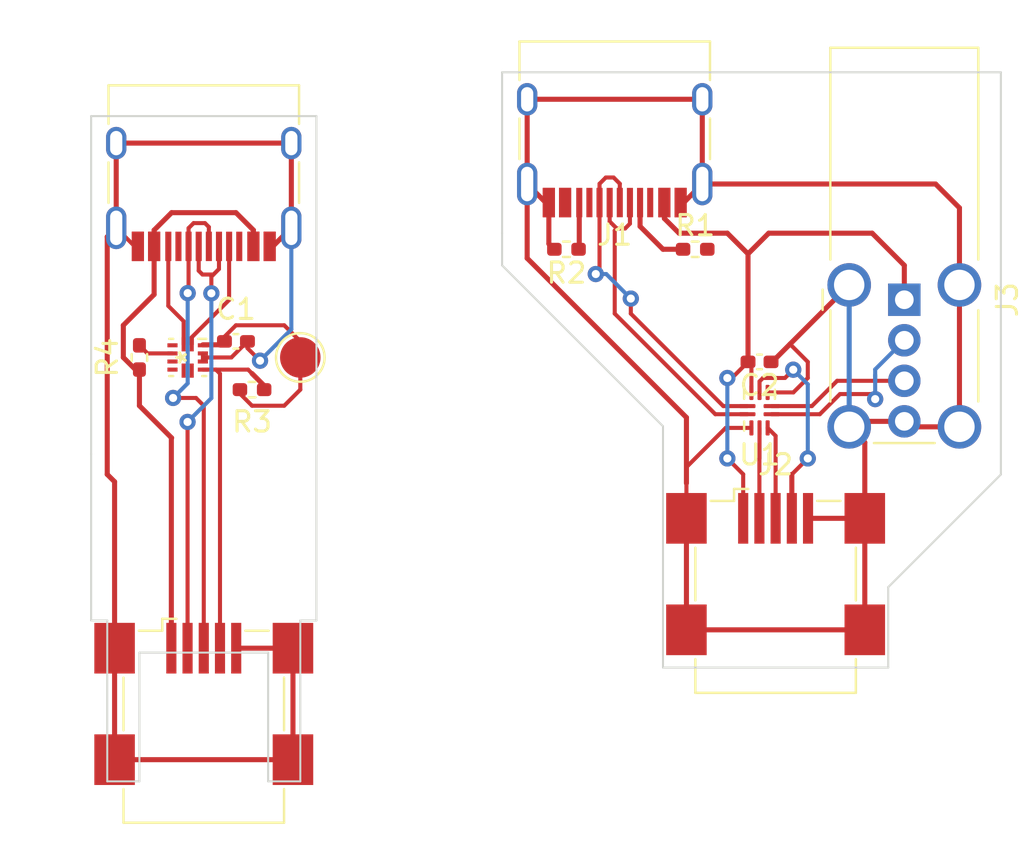
<source format=kicad_pcb>
(kicad_pcb (version 20211014) (generator pcbnew)
  (layers (0 "F.Cu" signal) (31 "B.Cu" signal) (34 "B.Paste" user) (35 "F.Paste" user) (36 "B.SilkS" user "B.Silkscreen") (37 "F.SilkS" user "F.Silkscreen") (38 "B.Mask" user) (39 "F.Mask" user) (44 "Edge.Cuts" user))
  (net 0 "")
  (net 1 "GND")
  (net 2 "+3V3")
  (net 3 "VBUS")
  (net 4 "Net-(J1-PadA5)")
  (net 5 "Net-(J1-PadA6)")
  (net 6 "Net-(J1-PadA7)")
  (net 8 "Net-(J1-PadB5)")
  (net 10 "Net-(J2-Pad2)")
  (net 11 "Net-(J2-Pad3)")
  (net 12 "SEL")
  (net 13 "Net-(J3-Pad2)")
  (net 14 "Net-(J3-Pad3)")
  (net 15 "D-")
  (net 16 "D+")
  (net 17 "ID")
  (net 18 "CC1")
  (net 20 "CC2")
  (net 22 "Net-(R4-Pad2)")
  (footprint "footprints:TUSB320IRWBR" (layer "F.Cu") (at 127.79375 84.93125 -90)
    (fp_text reference "U2" hide)
    (fp_text value "TUSB320IRWBR" hide)
    (fp_text user "*" (at 0 0 90) (layer "F.SilkS"))
    (fp_line (start 0.91644 0.9139) (end 0.91644 0.7139) (layer "F.SilkS") (width 0.12))
    (fp_line (start -0.91644 -0.525) (end -0.91644 -0.9139) (layer "F.SilkS") (width 0.12))
    (fp_line (start 0.91644 -0.7139) (end 0.91644 -0.9139) (layer "F.SilkS") (width 0.12))
    (fp_line (start -0.91644 0.9139) (end -0.91644 0.7139) (layer "F.SilkS") (width 0.12))
    (pad "1" smd rect locked (at -0.650001 -0.2 270) (size 0.700001 0.2) (layers "F.Cu" "F.Mask") (net 18 "CC1"))
    (pad "2" smd rect locked (at -0.650001 0.2 270) (size 0.700001 0.2) (layers "F.Cu" "F.Mask") (net 20 "CC2"))
    (pad "3" smd rect locked (at -0.599999 0.750001) (size 0.499999 0.2) (layers "F.Cu" "F.Paste" "F.Mask"))
    (pad "4" smd rect locked (at -0.2 0.750001) (size 0.499999 0.2) (layers "F.Cu" "F.Paste" "F.Mask") (net 22 "Net-(R4-Pad2)"))
    (pad "5" smd rect locked (at 0.2 0.750001) (size 0.499999 0.2) (layers "F.Cu" "F.Paste" "F.Mask"))
    (pad "6" smd rect locked (at 0.599999 0.750001) (size 0.499999 0.2) (layers "F.Cu" "F.Paste" "F.Mask"))
    (pad "7" smd rect locked (at 0.650001 0.2 270) (size 0.700001 0.2) (layers "F.Cu" "F.Mask"))
    (pad "8" smd rect locked (at 0.650001 -0.2 270) (size 0.700001 0.2) (layers "F.Cu" "F.Mask"))
    (pad "9" smd rect locked (at 0.599999 -0.750001) (size 0.499999 0.2) (layers "F.Cu" "F.Paste" "F.Mask") (net 17 "ID"))
    (pad "10" smd rect locked (at 0.2 -0.750001) (size 0.499999 0.2) (layers "F.Cu" "F.Paste" "F.Mask") (net 1 "GND"))
    (pad "11" smd rect locked (at -0.2 -0.750001) (size 0.499999 0.2) (layers "F.Cu" "F.Paste" "F.Mask") (net 1 "GND"))
    (pad "12" smd rect locked (at -0.599999 -0.750001) (size 0.499999 0.2) (layers "F.Cu" "F.Paste" "F.Mask") (net 2 "+3V3"))
  )
  (footprint "Resistor_SMD:R_0402_1005Metric_Pad0.72x0.64mm_HandSolder" (layer "F.Cu") (at 146.48125 79.59375 180)
    (fp_text reference "R2" (at 0 -1.17) (layer "F.SilkS"))
    (fp_text value "5.1k")
    (fp_line (start -0.167621 -0.38) (end 0.167621 -0.38) (layer "F.SilkS") (width 0.12))
    (fp_line (start -0.167621 0.38) (end 0.167621 0.38) (layer "F.SilkS") (width 0.12))
    (pad "1" smd roundrect (at -0.5975 0 180) (size 0.715 0.64) (layers "F.Cu" "F.Paste" "F.Mask") (net 8 "Net-(J1-PadB5)"))
    (pad "2" smd roundrect (at 0.5975 0 180) (size 0.715 0.64) (layers "F.Cu" "F.Paste" "F.Mask") (net 1 "GND"))
  )
  (footprint "Package_DFN_QFN:UQFN-10_1.3x1.8mm_P0.4mm" (layer "F.Cu") (at 156.00625 87.53125 180)
    (fp_text reference "U1" (at 0 -2.2) (layer "F.SilkS"))
    (fp_text value "USB3740B-AI2")
    (fp_line (start -0.76 1.01) (end -0.76 0.56) (layer "F.SilkS") (width 0.12))
    (fp_line (start 0.76 -1.01) (end 0.76 -0.56) (layer "F.SilkS") (width 0.12))
    (fp_line (start 0.76 1.01) (end 0.76 0.56) (layer "F.SilkS") (width 0.12))
    (pad "1" smd roundrect (at -0.6 -0.2 180) (size 0.8 0.2) (layers "F.Cu" "F.Paste" "F.Mask") (net 13 "Net-(J3-Pad2)"))
    (pad "2" smd roundrect (at -0.6 0.2 180) (size 0.8 0.2) (layers "F.Cu" "F.Paste" "F.Mask") (net 14 "Net-(J3-Pad3)"))
    (pad "3" smd roundrect (at -0.4 0.875 180) (size 0.2 0.75) (layers "F.Cu" "F.Paste" "F.Mask") (net 1 "GND"))
    (pad "4" smd roundrect (at 0 0.875 180) (size 0.2 0.75) (layers "F.Cu" "F.Paste" "F.Mask") (net 12 "SEL"))
    (pad "5" smd roundrect (at 0.4 0.875 180) (size 0.2 0.75) (layers "F.Cu" "F.Paste" "F.Mask") (net 3 "VBUS"))
    (pad "6" smd roundrect (at 0.6 0.2 180) (size 0.8 0.2) (layers "F.Cu" "F.Paste" "F.Mask") (net 5 "Net-(J1-PadA6)"))
    (pad "7" smd roundrect (at 0.6 -0.2 180) (size 0.8 0.2) (layers "F.Cu" "F.Paste" "F.Mask") (net 6 "Net-(J1-PadA7)"))
    (pad "8" smd roundrect (at 0.4 -0.875 180) (size 0.2 0.75) (layers "F.Cu" "F.Paste" "F.Mask") (net 1 "GND"))
    (pad "9" smd roundrect (at 0 -0.875 180) (size 0.2 0.75) (layers "F.Cu" "F.Paste" "F.Mask") (net 10 "Net-(J2-Pad2)"))
    (pad "10" smd roundrect (at -0.4 -0.875 180) (size 0.2 0.75) (layers "F.Cu" "F.Paste" "F.Mask") (net 11 "Net-(J2-Pad3)"))
  )
  (footprint "Connector_USB:USB_A_Wuerth_614004134726_Horizontal" (layer "F.Cu") (at 163.15 82.08375 -90)
    (fp_text reference "J3" (at 0 -5.08 90) (layer "F.SilkS"))
    (fp_text value "USB_A")
    (fp_line (start -0.5 4.03) (end 0.5 4.03) (layer "F.SilkS") (width 0.12))
    (fp_line (start -12.43 -3.65) (end -1.98 -3.65) (layer "F.SilkS") (width 0.12))
    (fp_line (start 0.52 3.65) (end 5.02 3.65) (layer "F.SilkS") (width 0.12))
    (fp_line (start 0.52 -3.65) (end 5.02 -3.65) (layer "F.SilkS") (width 0.12))
    (fp_line (start -12.43 -3.65) (end -12.43 3.65) (layer "F.SilkS") (width 0.12))
    (fp_line (start -12.43 3.65) (end -1.98 3.65) (layer "F.SilkS") (width 0.12))
    (fp_line (start 7.07 -1.5) (end 7.07 1.5) (layer "F.SilkS") (width 0.12))
    (pad "1" thru_hole rect (at 0 0 270) (size 1.6 1.6) (drill 0.92) (layers *.Cu *.Mask) (net 3 "VBUS"))
    (pad "2" thru_hole circle (at 2 0 270) (size 1.6 1.6) (drill 0.92) (layers *.Cu *.Mask) (net 13 "Net-(J3-Pad2)"))
    (pad "3" thru_hole circle (at 4 0 270) (size 1.6 1.6) (drill 0.92) (layers *.Cu *.Mask) (net 14 "Net-(J3-Pad3)"))
    (pad "4" thru_hole circle (at 6 0 270) (size 1.6 1.6) (drill 0.92) (layers *.Cu *.Mask) (net 1 "GND"))
    (pad "5" thru_hole circle (at -0.73 2.72 270) (size 2.15 2.15) (drill 1.5) (layers *.Cu *.Mask) (net 1 "GND"))
    (pad "5" thru_hole circle (at -0.73 -2.72 270) (size 2.15 2.15) (drill 1.5) (layers *.Cu *.Mask) (net 1 "GND"))
    (pad "5" thru_hole circle (at 6.27 2.72 270) (size 2.15 2.15) (drill 1.5) (layers *.Cu *.Mask) (net 1 "GND"))
    (pad "5" thru_hole circle (at 6.27 -2.72 270) (size 2.15 2.15) (drill 1.5) (layers *.Cu *.Mask) (net 1 "GND"))
  )
  (footprint "Resistor_SMD:R_0402_1005Metric_Pad0.72x0.64mm_HandSolder" (layer "F.Cu") (at 152.83125 79.59375)
    (fp_text reference "R1" (at 0 -1.17) (layer "F.SilkS"))
    (fp_text value "5.1k")
    (fp_line (start -0.167621 0.38) (end 0.167621 0.38) (layer "F.SilkS") (width 0.12))
    (fp_line (start -0.167621 -0.38) (end 0.167621 -0.38) (layer "F.SilkS") (width 0.12))
    (pad "1" smd roundrect (at -0.5975 0) (size 0.715 0.64) (layers "F.Cu" "F.Paste" "F.Mask") (net 4 "Net-(J1-PadA5)"))
    (pad "2" smd roundrect (at 0.5975 0) (size 0.715 0.64) (layers "F.Cu" "F.Paste" "F.Mask") (net 1 "GND"))
  )
  (footprint "Connector_USB:USB_C_Receptacle_HRO_TYPE-C-31-M-12" (layer "F.Cu") (at 128.5875 75.40625 180)
    (fp_text reference "J5" hide)
    (fp_text value "USB_C_Receptacle_USB2.0")
    (fp_line (start -4.7 3.9) (end 4.7 3.9) (layer "F.SilkS") (width 0.12))
    (fp_line (start 4.7 2) (end 4.7 3.9) (layer "F.SilkS") (width 0.12))
    (fp_line (start 4.7 -1.9) (end 4.7 0.1) (layer "F.SilkS") (width 0.12))
    (fp_line (start -4.7 -1.9) (end -4.7 0.1) (layer "F.SilkS") (width 0.12))
    (fp_line (start -4.7 2) (end -4.7 3.9) (layer "F.SilkS") (width 0.12))
    (pad "" np_thru_hole circle (at -2.89 -2.6 180) (size 0.65 0.65) (drill 0.65) (layers *.Cu *.Mask))
    (pad "" np_thru_hole circle (at 2.89 -2.6 180) (size 0.65 0.65) (drill 0.65) (layers *.Cu *.Mask))
    (pad "A1" smd rect (at -3.25 -4.045 180) (size 0.6 1.45) (layers "F.Cu" "F.Paste" "F.Mask") (net 1 "GND"))
    (pad "A4" smd rect (at -2.45 -4.045 180) (size 0.6 1.45) (layers "F.Cu" "F.Paste" "F.Mask") (net 3 "VBUS"))
    (pad "A5" smd rect (at -1.25 -4.045 180) (size 0.3 1.45) (layers "F.Cu" "F.Paste" "F.Mask") (net 18 "CC1"))
    (pad "A6" smd rect (at -0.25 -4.045 180) (size 0.3 1.45) (layers "F.Cu" "F.Paste" "F.Mask") (net 16 "D+"))
    (pad "A7" smd rect (at 0.25 -4.045 180) (size 0.3 1.45) (layers "F.Cu" "F.Paste" "F.Mask") (net 15 "D-"))
    (pad "A8" smd rect (at 1.25 -4.045 180) (size 0.3 1.45) (layers "F.Cu" "F.Paste" "F.Mask"))
    (pad "A9" smd rect (at 2.45 -4.045 180) (size 0.6 1.45) (layers "F.Cu" "F.Paste" "F.Mask") (net 3 "VBUS"))
    (pad "A12" smd rect (at 3.25 -4.045 180) (size 0.6 1.45) (layers "F.Cu" "F.Paste" "F.Mask") (net 1 "GND"))
    (pad "B1" smd rect (at 3.25 -4.045 180) (size 0.6 1.45) (layers "F.Cu" "F.Paste" "F.Mask") (net 1 "GND"))
    (pad "B4" smd rect (at 2.45 -4.045 180) (size 0.6 1.45) (layers "F.Cu" "F.Paste" "F.Mask") (net 3 "VBUS"))
    (pad "B5" smd rect (at 1.75 -4.045 180) (size 0.3 1.45) (layers "F.Cu" "F.Paste" "F.Mask") (net 20 "CC2"))
    (pad "B6" smd rect (at 0.75 -4.045 180) (size 0.3 1.45) (layers "F.Cu" "F.Paste" "F.Mask") (net 16 "D+"))
    (pad "B7" smd rect (at -0.75 -4.045 180) (size 0.3 1.45) (layers "F.Cu" "F.Paste" "F.Mask") (net 15 "D-"))
    (pad "B8" smd rect (at -1.75 -4.045 180) (size 0.3 1.45) (layers "F.Cu" "F.Paste" "F.Mask"))
    (pad "B9" smd rect (at -2.45 -4.045 180) (size 0.6 1.45) (layers "F.Cu" "F.Paste" "F.Mask") (net 3 "VBUS"))
    (pad "B12" smd rect (at -3.25 -4.045 180) (size 0.6 1.45) (layers "F.Cu" "F.Paste" "F.Mask") (net 1 "GND"))
    (pad "S1" thru_hole oval (at 4.32 1.05 180) (size 1 1.6) (drill oval 0.6 1.2) (layers *.Cu *.Mask) (net 1 "GND"))
    (pad "S1" thru_hole oval (at 4.32 -3.13 180) (size 1 2.1) (drill oval 0.6 1.7) (layers *.Cu *.Mask) (net 1 "GND"))
    (pad "S1" thru_hole oval (at -4.32 1.05 180) (size 1 1.6) (drill oval 0.6 1.2) (layers *.Cu *.Mask) (net 1 "GND"))
    (pad "S1" thru_hole oval (at -4.32 -3.13 180) (size 1 2.1) (drill oval 0.6 1.7) (layers *.Cu *.Mask) (net 1 "GND"))
  )
  (footprint "TestPoint:TestPoint_Pad_D2.0mm" (layer "F.Cu") (at 133.35 84.93125 90)
    (fp_text reference "TP1" hide)
    (fp_text value "TestPoint")
    (fp_circle (center 0 0) (end 0 1.2) (layer "F.SilkS") (width 0.12) (fill none))
    (pad "1" smd circle (at 0 0 90) (size 2 2) (layers "F.Cu" "F.Mask") (net 2 "+3V3"))
  )
  (footprint "Capacitor_SMD:C_0402_1005Metric_Pad0.74x0.62mm_HandSolder" (layer "F.Cu") (at 156.00625 85.15 180)
    (fp_text reference "C2" (at 0 -1.16) (layer "F.SilkS"))
    (fp_text value "100n")
    (fp_line (start -0.115835 0.36) (end 0.115835 0.36) (layer "F.SilkS") (width 0.12))
    (fp_line (start -0.115835 -0.36) (end 0.115835 -0.36) (layer "F.SilkS") (width 0.12))
    (pad "1" smd roundrect (at -0.5675 0 180) (size 0.735 0.62) (layers "F.Cu" "F.Paste" "F.Mask") (net 1 "GND"))
    (pad "2" smd roundrect (at 0.5675 0 180) (size 0.735 0.62) (layers "F.Cu" "F.Paste" "F.Mask") (net 3 "VBUS"))
  )
  (footprint "Connector_USB:USB_Mini-B_Wuerth_65100516121_Horizontal" (layer "F.Cu") (at 128.5875 101.875)
    (fp_text reference "J4" hide)
    (fp_text value "USB_MINI_B")
    (fp_line (start -3.96 1.45) (end -3.96 -1.15) (layer "F.SilkS") (width 0.12))
    (fp_line (start 3.96 6.01) (end 3.96 4.35) (layer "F.SilkS") (width 0.12))
    (fp_line (start 3.96 -1.15) (end 3.96 1.45) (layer "F.SilkS") (width 0.12))
    (fp_line (start -3.96 4.35) (end -3.96 6.01) (layer "F.SilkS") (width 0.12))
    (fp_line (start -2.05 -3.46) (end -2.05 -4.05) (layer "F.SilkS") (width 0.12))
    (fp_line (start -3.2 -3.46) (end -2.05 -3.46) (layer "F.SilkS") (width 0.12))
    (fp_line (start -3.96 6.01) (end 3.96 6.01) (layer "F.SilkS") (width 0.12))
    (fp_line (start -2.05 -4.05) (end -1.35 -4.05) (layer "F.SilkS") (width 0.12))
    (fp_line (start 2.05 -3.46) (end 3.2 -3.46) (layer "F.SilkS") (width 0.12))
    (pad "" np_thru_hole circle (at -2.2 0) (size 0.9 0.9) (drill 0.9) (layers *.Cu *.Mask))
    (pad "" np_thru_hole circle (at 2.2 0) (size 0.9 0.9) (drill 0.9) (layers *.Cu *.Mask))
    (pad "1" smd rect (at -1.6 -2.6) (size 0.5 2.5) (layers "F.Cu" "F.Paste" "F.Mask") (net 3 "VBUS"))
    (pad "2" smd rect (at -0.8 -2.6) (size 0.5 2.5) (layers "F.Cu" "F.Paste" "F.Mask") (net 15 "D-"))
    (pad "3" smd rect (at 0 -2.6) (size 0.5 2.5) (layers "F.Cu" "F.Paste" "F.Mask") (net 16 "D+"))
    (pad "4" smd rect (at 0.8 -2.6) (size 0.5 2.5) (layers "F.Cu" "F.Paste" "F.Mask") (net 17 "ID"))
    (pad "5" smd rect (at 1.6 -2.6) (size 0.5 2.5) (layers "F.Cu" "F.Paste" "F.Mask") (net 1 "GND"))
    (pad "6" smd rect (at -4.4 -2.6) (size 2 2.5) (layers "F.Cu" "F.Paste" "F.Mask") (net 1 "GND"))
    (pad "6" smd rect (at -4.4 2.9) (size 2 2.5) (layers "F.Cu" "F.Paste" "F.Mask") (net 1 "GND"))
    (pad "6" smd rect (at 4.4 2.9) (size 2 2.5) (layers "F.Cu" "F.Paste" "F.Mask") (net 1 "GND"))
    (pad "6" smd rect (at 4.4 -2.6) (size 2 2.5) (layers "F.Cu" "F.Paste" "F.Mask") (net 1 "GND"))
  )
  (footprint "Capacitor_SMD:C_0402_1005Metric_Pad0.74x0.62mm_HandSolder" (layer "F.Cu") (at 130.175 84.1375 180)
    (fp_text reference "C1" (at 0 1.5875) (layer "F.SilkS"))
    (fp_text value "100n")
    (fp_line (start -0.115835 -0.36) (end 0.115835 -0.36) (layer "F.SilkS") (width 0.12))
    (fp_line (start -0.115835 0.36) (end 0.115835 0.36) (layer "F.SilkS") (width 0.12))
    (pad "1" smd roundrect (at -0.5675 0 180) (size 0.735 0.62) (layers "F.Cu" "F.Paste" "F.Mask") (net 1 "GND"))
    (pad "2" smd roundrect (at 0.5675 0 180) (size 0.735 0.62) (layers "F.Cu" "F.Paste" "F.Mask") (net 2 "+3V3"))
  )
  (footprint "Resistor_SMD:R_0402_1005Metric_Pad0.72x0.64mm_HandSolder" (layer "F.Cu") (at 125.4125 84.93125 90)
    (fp_text reference "R4" (at 0 -1.5875 90) (layer "F.SilkS"))
    (fp_text value "900k")
    (fp_line (start -0.167621 -0.38) (end 0.167621 -0.38) (layer "F.SilkS") (width 0.12))
    (fp_line (start -0.167621 0.38) (end 0.167621 0.38) (layer "F.SilkS") (width 0.12))
    (pad "1" smd roundrect (at -0.5975 0 90) (size 0.715 0.64) (layers "F.Cu" "F.Paste" "F.Mask") (net 3 "VBUS"))
    (pad "2" smd roundrect (at 0.5975 0 90) (size 0.715 0.64) (layers "F.Cu" "F.Paste" "F.Mask") (net 22 "Net-(R4-Pad2)"))
  )
  (footprint "Connector_USB:USB_Mini-B_Wuerth_65100516121_Horizontal" (layer "F.Cu") (at 156.8 95.46875)
    (fp_text reference "J2" (at 0 -5.25) (layer "F.SilkS"))
    (fp_text value "USB_MINI_B")
    (fp_line (start -3.96 1.45) (end -3.96 -1.15) (layer "F.SilkS") (width 0.12))
    (fp_line (start -3.2 -3.46) (end -2.05 -3.46) (layer "F.SilkS") (width 0.12))
    (fp_line (start -2.05 -4.05) (end -1.35 -4.05) (layer "F.SilkS") (width 0.12))
    (fp_line (start 3.96 6.01) (end 3.96 4.35) (layer "F.SilkS") (width 0.12))
    (fp_line (start -3.96 4.35) (end -3.96 6.01) (layer "F.SilkS") (width 0.12))
    (fp_line (start -3.96 6.01) (end 3.96 6.01) (layer "F.SilkS") (width 0.12))
    (fp_line (start 2.05 -3.46) (end 3.2 -3.46) (layer "F.SilkS") (width 0.12))
    (fp_line (start 3.96 -1.15) (end 3.96 1.45) (layer "F.SilkS") (width 0.12))
    (fp_line (start -2.05 -3.46) (end -2.05 -4.05) (layer "F.SilkS") (width 0.12))
    (pad "" np_thru_hole circle (at -2.2 0) (size 0.9 0.9) (drill 0.9) (layers *.Cu *.Mask))
    (pad "" np_thru_hole circle (at 2.2 0) (size 0.9 0.9) (drill 0.9) (layers *.Cu *.Mask))
    (pad "1" smd rect (at -1.6 -2.6) (size 0.5 2.5) (layers "F.Cu" "F.Paste" "F.Mask") (net 3 "VBUS"))
    (pad "2" smd rect (at -0.8 -2.6) (size 0.5 2.5) (layers "F.Cu" "F.Paste" "F.Mask") (net 10 "Net-(J2-Pad2)"))
    (pad "3" smd rect (at 0 -2.6) (size 0.5 2.5) (layers "F.Cu" "F.Paste" "F.Mask") (net 11 "Net-(J2-Pad3)"))
    (pad "4" smd rect (at 0.8 -2.6) (size 0.5 2.5) (layers "F.Cu" "F.Paste" "F.Mask") (net 12 "SEL"))
    (pad "5" smd rect (at 1.6 -2.6) (size 0.5 2.5) (layers "F.Cu" "F.Paste" "F.Mask") (net 1 "GND"))
    (pad "6" smd rect (at -4.4 -2.6) (size 2 2.5) (layers "F.Cu" "F.Paste" "F.Mask") (net 1 "GND"))
    (pad "6" smd rect (at 4.4 -2.6) (size 2 2.5) (layers "F.Cu" "F.Paste" "F.Mask") (net 1 "GND"))
    (pad "6" smd rect (at 4.4 2.9) (size 2 2.5) (layers "F.Cu" "F.Paste" "F.Mask") (net 1 "GND"))
    (pad "6" smd rect (at -4.4 2.9) (size 2 2.5) (layers "F.Cu" "F.Paste" "F.Mask") (net 1 "GND"))
  )
  (footprint "Resistor_SMD:R_0402_1005Metric_Pad0.72x0.64mm_HandSolder" (layer "F.Cu") (at 130.96875 86.51875)
    (fp_text reference "R3" (at 0 1.5875) (layer "F.SilkS"))
    (fp_text value "200k")
    (fp_line (start -0.167621 0.38) (end 0.167621 0.38) (layer "F.SilkS") (width 0.12))
    (fp_line (start -0.167621 -0.38) (end 0.167621 -0.38) (layer "F.SilkS") (width 0.12))
    (pad "1" smd roundrect (at -0.5975 0) (size 0.715 0.64) (layers "F.Cu" "F.Paste" "F.Mask") (net 2 "+3V3"))
    (pad "2" smd roundrect (at 0.5975 0) (size 0.715 0.64) (layers "F.Cu" "F.Paste" "F.Mask") (net 17 "ID"))
  )
  (footprint "Connector_USB:USB_C_Receptacle_HRO_TYPE-C-31-M-12" (layer "F.Cu") (at 148.8625 73.24375 180)
    (fp_text reference "J1" (at 0 -5.645) (layer "F.SilkS"))
    (fp_text value "USB_C_Receptacle_USB2.0")
    (fp_line (start 4.7 2) (end 4.7 3.9) (layer "F.SilkS") (width 0.12))
    (fp_line (start 4.7 -1.9) (end 4.7 0.1) (layer "F.SilkS") (width 0.12))
    (fp_line (start -4.7 3.9) (end 4.7 3.9) (layer "F.SilkS") (width 0.12))
    (fp_line (start -4.7 2) (end -4.7 3.9) (layer "F.SilkS") (width 0.12))
    (fp_line (start -4.7 -1.9) (end -4.7 0.1) (layer "F.SilkS") (width 0.12))
    (pad "" np_thru_hole circle (at 2.89 -2.6 180) (size 0.65 0.65) (drill 0.65) (layers *.Cu *.Mask))
    (pad "" np_thru_hole circle (at -2.89 -2.6 180) (size 0.65 0.65) (drill 0.65) (layers *.Cu *.Mask))
    (pad "A1" smd rect (at -3.25 -4.045 180) (size 0.6 1.45) (layers "F.Cu" "F.Paste" "F.Mask") (net 1 "GND"))
    (pad "A4" smd rect (at -2.45 -4.045 180) (size 0.6 1.45) (layers "F.Cu" "F.Paste" "F.Mask") (net 3 "VBUS"))
    (pad "A5" smd rect (at -1.25 -4.045 180) (size 0.3 1.45) (layers "F.Cu" "F.Paste" "F.Mask") (net 4 "Net-(J1-PadA5)"))
    (pad "A6" smd rect (at -0.25 -4.045 180) (size 0.3 1.45) (layers "F.Cu" "F.Paste" "F.Mask") (net 5 "Net-(J1-PadA6)"))
    (pad "A7" smd rect (at 0.25 -4.045 180) (size 0.3 1.45) (layers "F.Cu" "F.Paste" "F.Mask") (net 6 "Net-(J1-PadA7)"))
    (pad "A8" smd rect (at 1.25 -4.045 180) (size 0.3 1.45) (layers "F.Cu" "F.Paste" "F.Mask"))
    (pad "A9" smd rect (at 2.45 -4.045 180) (size 0.6 1.45) (layers "F.Cu" "F.Paste" "F.Mask") (net 3 "VBUS"))
    (pad "A12" smd rect (at 3.25 -4.045 180) (size 0.6 1.45) (layers "F.Cu" "F.Paste" "F.Mask") (net 1 "GND"))
    (pad "B1" smd rect (at 3.25 -4.045 180) (size 0.6 1.45) (layers "F.Cu" "F.Paste" "F.Mask") (net 1 "GND"))
    (pad "B4" smd rect (at 2.45 -4.045 180) (size 0.6 1.45) (layers "F.Cu" "F.Paste" "F.Mask") (net 3 "VBUS"))
    (pad "B5" smd rect (at 1.75 -4.045 180) (size 0.3 1.45) (layers "F.Cu" "F.Paste" "F.Mask") (net 8 "Net-(J1-PadB5)"))
    (pad "B6" smd rect (at 0.75 -4.045 180) (size 0.3 1.45) (layers "F.Cu" "F.Paste" "F.Mask") (net 5 "Net-(J1-PadA6)"))
    (pad "B7" smd rect (at -0.75 -4.045 180) (size 0.3 1.45) (layers "F.Cu" "F.Paste" "F.Mask") (net 6 "Net-(J1-PadA7)"))
    (pad "B8" smd rect (at -1.75 -4.045 180) (size 0.3 1.45) (layers "F.Cu" "F.Paste" "F.Mask"))
    (pad "B9" smd rect (at -2.45 -4.045 180) (size 0.6 1.45) (layers "F.Cu" "F.Paste" "F.Mask") (net 3 "VBUS"))
    (pad "B12" smd rect (at -3.25 -4.045 180) (size 0.6 1.45) (layers "F.Cu" "F.Paste" "F.Mask") (net 1 "GND"))
    (pad "S1" thru_hole oval (at -4.32 1.05 180) (size 1 1.6) (drill oval 0.6 1.2) (layers *.Cu *.Mask) (net 1 "GND"))
    (pad "S1" thru_hole oval (at 4.32 1.05 180) (size 1 1.6) (drill oval 0.6 1.2) (layers *.Cu *.Mask) (net 1 "GND"))
    (pad "S1" thru_hole oval (at -4.32 -3.13 180) (size 1 2.1) (drill oval 0.6 1.7) (layers *.Cu *.Mask) (net 1 "GND"))
    (pad "S1" thru_hole oval (at 4.32 -3.13 180) (size 1 2.1) (drill oval 0.6 1.7) (layers *.Cu *.Mask) (net 1 "GND"))
  )
  (gr_line (start 123.03125 89.69375) (end 123.03125 73.025) (layer "Edge.Cuts") (width 0.1))
  (gr_line (start 123.825 105.84375) (end 125.4125 105.84375) (layer "Edge.Cuts") (width 0.1))
  (gr_line (start 123.03125 97.90625) (end 123.03125 89.69375) (layer "Edge.Cuts") (width 0.1))
  (gr_line (start 162.35625 100.23125) (end 151.24375 100.23125) (layer "Edge.Cuts") (width 0.1))
  (gr_line (start 167.9125 90.70625) (end 162.35625 96.2625) (layer "Edge.Cuts") (width 0.1))
  (gr_line (start 143.30625 80.3875) (end 143.30625 78.8) (layer "Edge.Cuts") (width 0.1))
  (gr_line (start 167.9125 70.8625) (end 167.9125 90.70625) (layer "Edge.Cuts") (width 0.1))
  (gr_line (start 133.35 105.84375) (end 133.35 97.90625) (layer "Edge.Cuts") (width 0.1))
  (gr_line (start 134.14375 97.90625) (end 134.14375 89.69375) (layer "Edge.Cuts") (width 0.1))
  (gr_line (start 143.30625 78.8) (end 143.30625 70.8625) (layer "Edge.Cuts") (width 0.1))
  (gr_line (start 162.35625 96.2625) (end 162.35625 100.23125) (layer "Edge.Cuts") (width 0.1))
  (gr_line (start 131.7625 105.84375) (end 133.35 105.84375) (layer "Edge.Cuts") (width 0.1))
  (gr_line (start 123.03125 73.025) (end 134.14375 73.025) (layer "Edge.Cuts") (width 0.1))
  (gr_line (start 143.30625 70.8625) (end 167.9125 70.8625) (layer "Edge.Cuts") (width 0.1))
  (gr_line (start 123.825 97.90625) (end 123.825 105.84375) (layer "Edge.Cuts") (width 0.1))
  (gr_line (start 133.35 97.90625) (end 134.14375 97.90625) (layer "Edge.Cuts") (width 0.1))
  (gr_line (start 134.14375 73.025) (end 134.14375 89.69375) (layer "Edge.Cuts") (width 0.1))
  (gr_line (start 151.24375 100.23125) (end 151.24375 88.325) (layer "Edge.Cuts") (width 0.1))
  (gr_line (start 151.24375 88.325) (end 143.30625 80.3875) (layer "Edge.Cuts") (width 0.1))
  (gr_line (start 123.03125 97.90625) (end 123.825 97.90625) (layer "Edge.Cuts") (width 0.1))
  (gr_line (start 131.7625 105.84375) (end 131.7625 99.49375) (layer "Edge.Cuts") (width 0.1))
  (gr_line (start 125.4125 105.84375) (end 125.4125 99.49375) (layer "Edge.Cuts") (width 0.1))
  (gr_line (start 125.4125 99.49375) (end 131.7625 99.49375) (layer "Edge.Cuts") (width 0.1))
  (segment (start 153.1825 72.19375) (end 144.5425 72.19375) (width 0.25) (layer "F.Cu") (net 1))
  (segment (start 152.2675 77.28875) (end 153.1825 76.37375) (width 0.25) (layer "F.Cu") (net 1))
  (segment (start 128.5875 84.93125) (end 128.543751 84.974999) (width 0.2) (layer "F.Cu") (net 1))
  (segment (start 161.2 89.12375) (end 161.2 92.86875) (width 0.25) (layer "F.Cu") (net 1))
  (segment (start 165.87 81.35375) (end 165.87 88.35375) (width 0.25) (layer "F.Cu") (net 1))
  (segment (start 155.60625 88.40625) (end 154.3375 88.40625) (width 0.2) (layer "F.Cu") (net 1))
  (segment (start 157.675 86.65625) (end 158.3875 85.94375) (width 0.2) (layer "F.Cu") (net 1))
  (segment (start 163.42 88.35375) (end 163.15 88.08375) (width 0.25) (layer "F.Cu") (net 1))
  (segment (start 152.4 98.36875) (end 152.4 92.86875) (width 0.25) (layer "F.Cu") (net 1))
  (segment (start 156.63375 85.15) (end 156.57375 85.15) (width 0.25) (layer "F.Cu") (net 1))
  (segment (start 152.4 90.34375) (end 152.4 91.1375) (width 0.2) (layer "F.Cu") (net 1))
  (segment (start 124.1875 104.775) (end 124.1875 99.275) (width 0.25) (layer "F.Cu") (net 1))
  (segment (start 160.7 88.08375) (end 160.43 88.35375) (width 0.25) (layer "F.Cu") (net 1))
  (segment (start 128.543751 84.887501) (end 128.543751 84.73125) (width 0.2) (layer "F.Cu") (net 1))
  (segment (start 154.3375 88.40625) (end 152.4 90.34375) (width 0.2) (layer "F.Cu") (net 1))
  (segment (start 125.3375 79.45125) (end 125.1825 79.45125) (width 0.2) (layer "F.Cu") (net 1))
  (segment (start 161.2 98.36875) (end 152.4 98.36875) (width 0.25) (layer "F.Cu") (net 1))
  (segment (start 152.1125 77.28875) (end 152.2675 77.28875) (width 0.25) (layer "F.Cu") (net 1))
  (segment (start 153.1825 76.37375) (end 153.1825 72.19375) (width 0.25) (layer "F.Cu") (net 1))
  (segment (start 123.825 78.97875) (end 123.825 90.7) (width 0.25) (layer "F.Cu") (net 1))
  (segment (start 145.6125 79.3225) (end 145.88375 79.59375) (width 0.25) (layer "F.Cu") (net 1))
  (segment (start 130.7425 84.470824) (end 131.36285 85.091174) (width 0.2) (layer "F.Cu") (net 1))
  (segment (start 158.3875 85.94375) (end 158.3875 85.15) (width 0.2) (layer "F.Cu") (net 1))
  (segment (start 124.1875 91.0625) (end 123.825 90.7) (width 0.25) (layer "F.Cu") (net 1))
  (segment (start 124.2675 74.35625) (end 124.2675 78.53625) (width 0.25) (layer "F.Cu") (net 1))
  (segment (start 132.9075 74.35625) (end 124.2675 74.35625) (width 0.25) (layer "F.Cu") (net 1))
  (segment (start 152.4 87.89375) (end 152.4 91.1375) (width 0.25) (layer "F.Cu") (net 1))
  (segment (start 144.5425 76.37375) (end 144.5425 80.03625) (width 0.25) (layer "F.Cu") (net 1))
  (segment (start 130.7425 84.1375) (end 130.7425 84.470824) (width 0.2) (layer "F.Cu") (net 1))
  (segment (start 165.87 81.35375) (end 165.87 77.55125) (width 0.25) (layer "F.Cu") (net 1))
  (segment (start 161.2 92.86875) (end 158.4 92.86875) (width 0.25) (layer "F.Cu") (net 1))
  (segment (start 132.9875 104.775) (end 124.1875 104.775) (width 0.25) (layer "F.Cu") (net 1))
  (segment (start 156.40625 86.65625) (end 157.675 86.65625) (width 0.2) (layer "F.Cu") (net 1))
  (segment (start 145.4575 77.28875) (end 144.5425 76.37375) (width 0.25) (layer "F.Cu") (net 1))
  (segment (start 124.2675 78.53625) (end 123.825 78.97875) (width 0.25) (layer "F.Cu") (net 1))
  (segment (start 160.43 88.35375) (end 161.2 89.12375) (width 0.25) (layer "F.Cu") (net 1))
  (segment (start 161.2 92.86875) (end 161.2 98.36875) (width 0.25) (layer "F.Cu") (net 1))
  (segment (start 129.94875 84.93125) (end 128.5875 84.93125) (width 0.2) (layer "F.Cu") (net 1))
  (segment (start 132.9875 99.275) (end 132.9875 104.775) (width 0.25) (layer "F.Cu") (net 1))
  (segment (start 131.9925 79.45125) (end 132.9075 78.53625) (width 0.25) (layer "F.Cu") (net 1))
  (segment (start 158.3875 85.15) (end 157.510625 84.273125) (width 0.2) (layer "F.Cu") (net 1))
  (segment (start 130.1875 99.275) (end 132.9875 99.275) (width 0.25) (layer "F.Cu") (net 1))
  (segment (start 128.5875 84.93125) (end 128.543751 84.887501) (width 0.2) (layer "F.Cu") (net 1))
  (segment (start 124.1875 99.275) (end 124.1875 91.0625) (width 0.25) (layer "F.Cu") (net 1))
  (segment (start 145.6125 77.28875) (end 145.4575 77.28875) (width 0.25) (layer "F.Cu") (net 1))
  (segment (start 160.43 81.35375) (end 157.510625 84.273125) (width 0.25) (layer "F.Cu") (net 1))
  (segment (start 157.510625 84.273125) (end 156.63375 85.15) (width 0.25) (layer "F.Cu") (net 1))
  (segment (start 145.6125 77.28875) (end 145.6125 79.3225) (width 0.25) (layer "F.Cu") (net 1))
  (segment (start 144.5425 72.19375) (end 144.5425 76.37375) (width 0.25) (layer "F.Cu") (net 1))
  (segment (start 128.543751 84.974999) (end 128.543751 85.13125) (width 0.2) (layer "F.Cu") (net 1))
  (segment (start 125.1825 79.45125) (end 124.2675 78.53625) (width 0.2) (layer "F.Cu") (net 1))
  (segment (start 163.15 88.08375) (end 160.7 88.08375) (width 0.25) (layer "F.Cu") (net 1))
  (segment (start 131.8375 79.45125) (end 131.9925 79.45125) (width 0.25) (layer "F.Cu") (net 1))
  (segment (start 123.825 98.9125) (end 124.1875 99.275) (width 0.25) (layer "F.Cu") (net 1))
  (segment (start 130.7425 84.1375) (end 129.94875 84.93125) (width 0.2) (layer "F.Cu") (net 1))
  (segment (start 164.6925 76.37375) (end 153.1825 76.37375) (width 0.25) (layer "F.Cu") (net 1))
  (segment (start 165.87 77.55125) (end 164.6925 76.37375) (width 0.25) (layer "F.Cu") (net 1))
  (segment (start 132.9075 78.53625) (end 132.9075 74.35625) (width 0.25) (layer "F.Cu") (net 1))
  (segment (start 152.4 91.1375) (end 152.4 92.86875) (width 0.2) (layer "F.Cu") (net 1))
  (segment (start 165.87 88.35375) (end 163.42 88.35375) (width 0.25) (layer "F.Cu") (net 1))
  (segment (start 144.5425 80.03625) (end 152.4 87.89375) (width 0.25) (layer "F.Cu") (net 1))
  (via (at 131.36285 85.091174) (size 0.8) (drill 0.4) (layers "F.Cu" "B.Cu") (net 1))
  (segment (start 160.43 81.35375) (end 160.43 88.35375) (width 0.25) (layer "B.Cu") (net 1))
  (segment (start 131.36285 85.091174) (end 132.9075 83.546524) (width 0.2) (layer "B.Cu") (net 1))
  (segment (start 132.9075 83.546524) (end 132.9075 78.53625) (width 0.2) (layer "B.Cu") (net 1))
  (segment (start 130.37125 86.715) (end 130.96875 87.3125) (width 0.2) (layer "F.Cu") (net 2))
  (segment (start 132.55625 87.3125) (end 133.35 86.51875) (width 0.2) (layer "F.Cu") (net 2))
  (segment (start 130.96875 87.3125) (end 132.55625 87.3125) (width 0.2) (layer "F.Cu") (net 2))
  (segment (start 129.438261 84.306739) (end 128.543751 84.306739) (width 0.25) (layer "F.Cu") (net 2))
  (segment (start 129.38125 84.1375) (end 129.6075 84.1375) (width 0.2) (layer "F.Cu") (net 2))
  (segment (start 132.55625 83.34375) (end 130.175 83.34375) (width 0.2) (layer "F.Cu") (net 2))
  (segment (start 130.37125 86.51875) (end 130.37125 86.715) (width 0.2) (layer "F.Cu") (net 2))
  (segment (start 133.35 86.51875) (end 133.35 84.93125) (width 0.2) (layer "F.Cu") (net 2))
  (segment (start 133.35 84.1375) (end 132.55625 83.34375) (width 0.2) (layer "F.Cu") (net 2))
  (segment (start 129.6075 84.1375) (end 129.438261 84.306739) (width 0.25) (layer "F.Cu") (net 2))
  (segment (start 130.175 83.34375) (end 129.38125 84.1375) (width 0.2) (layer "F.Cu") (net 2))
  (segment (start 133.35 84.93125) (end 133.35 84.1375) (width 0.2) (layer "F.Cu") (net 2))
  (segment (start 126.1375 79.45125) (end 126.1375 78.65) (width 0.25) (layer "F.Cu") (net 3))
  (segment (start 154.41875 85.94375) (end 154.645 85.94375) (width 0.2) (layer "F.Cu") (net 3))
  (segment (start 154.645 85.94375) (end 155.43875 85.15) (width 0.2) (layer "F.Cu") (net 3))
  (segment (start 155.2 90.69375) (end 154.41875 89.9125) (width 0.2) (layer "F.Cu") (net 3))
  (segment (start 156.45875 78.8) (end 155.43875 79.82) (width 0.25) (layer "F.Cu") (net 3))
  (segment (start 154.41875 78.8) (end 155.43875 79.82) (width 0.25) (layer "F.Cu") (net 3))
  (segment (start 155.43875 79.82) (end 155.43875 85.15) (width 0.25) (layer "F.Cu") (net 3))
  (segment (start 124.61875 83.34375) (end 124.61875 84.93125) (width 0.25) (layer "F.Cu") (net 3))
  (segment (start 163.15 82.08375) (end 163.15 80.3875) (width 0.25) (layer "F.Cu") (net 3))
  (segment (start 152.0375 78.8) (end 154.41875 78.8) (width 0.25) (layer "F.Cu") (net 3))
  (segment (start 127 88.9) (end 125.4125 87.3125) (width 0.25) (layer "F.Cu") (net 3))
  (segment (start 124.61875 84.93125) (end 125.21625 85.52875) (width 0.25) (layer "F.Cu") (net 3))
  (segment (start 161.5625 78.8) (end 156.45875 78.8) (width 0.25) (layer "F.Cu") (net 3))
  (segment (start 130.175 77.7875) (end 131.0375 78.65) (width 0.25) (layer "F.Cu") (net 3))
  (segment (start 126.9875 88.9125) (end 127 88.9) (width 0.25) (layer "F.Cu") (net 3))
  (segment (start 125.4125 87.3125) (end 125.4125 85.52875) (width 0.25) (layer "F.Cu") (net 3))
  (segment (start 126.1375 79.45125) (end 126.1375 81.825) (width 0.25) (layer "F.Cu") (net 3))
  (segment (start 126.9875 99.275) (end 126.9875 88.9125) (width 0.25) (layer "F.Cu") (net 3))
  (segment (start 155.2 92.86875) (end 155.2 90.69375) (width 0.2) (layer "F.Cu") (net 3))
  (segment (start 163.15 80.3875) (end 161.5625 78.8) (width 0.25) (layer "F.Cu") (net 3))
  (segment (start 126.1375 81.825) (end 124.61875 83.34375) (width 0.25) (layer "F.Cu") (net 3))
  (segment (start 125.21625 85.52875) (end 125.4125 85.52875) (width 0.25) (layer "F.Cu") (net 3))
  (segment (start 155.60625 85.3175) (end 155.43875 85.15) (width 0.2) (layer "F.Cu") (net 3))
  (segment (start 131.0375 78.65) (end 131.0375 79.45125) (width 0.25) (layer "F.Cu") (net 3))
  (segment (start 151.3125 78.075) (end 152.0375 78.8) (width 0.25) (layer "F.Cu") (net 3))
  (segment (start 127 77.7875) (end 130.175 77.7875) (width 0.25) (layer "F.Cu") (net 3))
  (segment (start 126.1375 78.65) (end 127 77.7875) (width 0.25) (layer "F.Cu") (net 3))
  (segment (start 155.60625 86.65625) (end 155.60625 85.3175) (width 0.2) (layer "F.Cu") (net 3))
  (segment (start 151.3125 77.28875) (end 151.3125 78.075) (width 0.25) (layer "F.Cu") (net 3))
  (via (at 154.41875 89.9125) (size 0.8) (drill 0.4) (layers "F.Cu" "B.Cu") (net 3))
  (via (at 154.41875 85.94375) (size 0.8) (drill 0.4) (layers "F.Cu" "B.Cu") (net 3))
  (segment (start 154.41875 89.9125) (end 154.41875 85.94375) (width 0.2) (layer "B.Cu") (net 3))
  (segment (start 150.1125 78.4625) (end 150.1125 77.28875) (width 0.25) (layer "F.Cu") (net 4))
  (segment (start 151.24375 79.59375) (end 150.1125 78.4625) (width 0.25) (layer "F.Cu") (net 4))
  (segment (start 152.23375 79.59375) (end 151.24375 79.59375) (width 0.25) (layer "F.Cu") (net 4))
  (segment (start 148.1125 77.28875) (end 148.1125 80.631216) (width 0.2) (layer "F.Cu") (net 5))
  (segment (start 148.806557 76.052333) (end 149.1125 76.358276) (width 0.2) (layer "F.Cu") (net 5))
  (segment (start 148.1125 76.36382) (end 148.423987 76.052333) (width 0.2) (layer "F.Cu") (net 5))
  (segment (start 155.40625 87.33125) (end 154.21875 87.33125) (width 0.2) (layer "F.Cu") (net 5))
  (segment (start 148.423987 76.052333) (end 148.806557 76.052333) (width 0.2) (layer "F.Cu") (net 5))
  (segment (start 148.1125 80.631216) (end 147.927765 80.815951) (width 0.2) (layer "F.Cu") (net 5))
  (segment (start 154.21875 87.33125) (end 149.65625 82.76875) (width 0.2) (layer "F.Cu") (net 5))
  (segment (start 149.1125 76.358276) (end 149.1125 77.28875) (width 0.2) (layer "F.Cu") (net 5))
  (segment (start 148.1125 77.28875) (end 148.1125 76.36382) (width 0.2) (layer "F.Cu") (net 5))
  (segment (start 149.65625 82.026867) (end 149.65625 82.76875) (width 0.2) (layer "F.Cu") (net 5))
  (via (at 149.65625 82.026867) (size 0.8) (drill 0.4) (layers "F.Cu" "B.Cu") (net 5))
  (via (at 147.927765 80.815951) (size 0.8) (drill 0.4) (layers "F.Cu" "B.Cu") (net 5))
  (segment (start 148.445334 80.815951) (end 149.65625 82.026867) (width 0.2) (layer "B.Cu") (net 5))
  (segment (start 147.927765 80.815951) (end 148.445334 80.815951) (width 0.2) (layer "B.Cu") (net 5))
  (segment (start 148.8625 78.670301) (end 148.962903 78.569898) (width 0.2) (layer "F.Cu") (net 6))
  (segment (start 148.8625 82.76875) (end 148.8625 78.670301) (width 0.2) (layer "F.Cu") (net 6))
  (segment (start 149.6125 77.28875) (end 149.6125 78.330449) (width 0.2) (layer "F.Cu") (net 6))
  (segment (start 149.373051 78.569898) (end 148.962903 78.569898) (width 0.2) (layer "F.Cu") (net 6))
  (segment (start 155.40625 87.73125) (end 153.825 87.73125) (width 0.2) (layer "F.Cu") (net 6))
  (segment (start 149.6125 78.330449) (end 149.373051 78.569898) (width 0.2) (layer "F.Cu") (net 6))
  (segment (start 153.825 87.73125) (end 148.8625 82.76875) (width 0.2) (layer "F.Cu") (net 6))
  (segment (start 148.6125 78.219495) (end 148.6125 77.28875) (width 0.2) (layer "F.Cu") (net 6))
  (segment (start 148.962903 78.569898) (end 148.6125 78.219495) (width 0.2) (layer "F.Cu") (net 6))
  (segment (start 147.1125 79.56) (end 147.07875 79.59375) (width 0.25) (layer "F.Cu") (net 8))
  (segment (start 147.1125 77.28875) (end 147.1125 79.56) (width 0.25) (layer "F.Cu") (net 8))
  (segment (start 156 92.86875) (end 156 89.91875) (width 0.2) (layer "F.Cu") (net 10))
  (segment (start 156.00625 89.9125) (end 156.00625 88.40625) (width 0.2) (layer "F.Cu") (net 10))
  (segment (start 156 89.91875) (end 156.00625 89.9125) (width 0.2) (layer "F.Cu") (net 10))
  (segment (start 156.40625 88.40625) (end 156.8 88.8) (width 0.2) (layer "F.Cu") (net 11))
  (segment (start 156.8 88.8) (end 156.8 92.86875) (width 0.2) (layer "F.Cu") (net 11))
  (segment (start 156.00625 86.114225) (end 156.00625 86.65625) (width 0.2) (layer "F.Cu") (net 12))
  (segment (start 157.260901 85.94375) (end 157.669569 85.535082) (width 0.2) (layer "F.Cu") (net 12))
  (segment (start 157.6 92.86875) (end 157.6 90.7) (width 0.25) (layer "F.Cu") (net 12))
  (segment (start 158.3875 89.9125) (end 157.6 90.7) (width 0.2) (layer "F.Cu") (net 12))
  (segment (start 156.176725 85.94375) (end 156.00625 86.114225) (width 0.2) (layer "F.Cu") (net 12))
  (segment (start 156.176725 85.94375) (end 157.260901 85.94375) (width 0.2) (layer "F.Cu") (net 12))
  (via (at 158.3875 89.9125) (size 0.8) (drill 0.4) (layers "F.Cu" "B.Cu") (net 12))
  (via (at 157.669569 85.535082) (size 0.8) (drill 0.4) (layers "F.Cu" "B.Cu") (net 12))
  (segment (start 157.669569 85.535082) (end 158.3875 86.253013) (width 0.2) (layer "B.Cu") (net 12))
  (segment (start 158.3875 86.253013) (end 158.3875 89.9125) (width 0.2) (layer "B.Cu") (net 12))
  (segment (start 156.60625 87.73125) (end 158.98125 87.73125) (width 0.2) (layer "F.Cu") (net 13))
  (segment (start 158.98125 87.73125) (end 159.975 86.7375) (width 0.2) (layer "F.Cu") (net 13))
  (segment (start 159.975 86.7375) (end 161.463973 86.7375) (width 0.2) (layer "F.Cu") (net 13))
  (segment (start 161.463973 86.7375) (end 161.712268 86.985795) (width 0.2) (layer "F.Cu") (net 13))
  (via (at 161.712268 86.985795) (size 0.8) (drill 0.4) (layers "F.Cu" "B.Cu") (net 13))
  (segment (start 161.712268 85.521482) (end 161.712268 86.093518) (width 0.2) (layer "B.Cu") (net 13))
  (segment (start 161.712268 86.985795) (end 161.712268 86.093518) (width 0.2) (layer "B.Cu") (net 13))
  (segment (start 163.15 84.08375) (end 161.712268 85.521482) (width 0.2) (layer "B.Cu") (net 13))
  (segment (start 161.712268 86.093518) (end 161.712268 85.793982) (width 0.2) (layer "B.Cu") (net 13))
  (segment (start 156.60625 87.33125) (end 158.5875 87.33125) (width 0.2) (layer "F.Cu") (net 14))
  (segment (start 159.835 86.08375) (end 163.15 86.08375) (width 0.2) (layer "F.Cu") (net 14))
  (segment (start 158.5875 87.33125) (end 159.835 86.08375) (width 0.2) (layer "F.Cu") (net 14))
  (segment (start 128.3375 79.45125) (end 128.3375 80.652822) (width 0.2) (layer "F.Cu") (net 15))
  (segment (start 129.063478 80.84022) (end 129.3375 80.566198) (width 0.2) (layer "F.Cu") (net 15))
  (segment (start 128.96167 80.942028) (end 129.063478 80.84022) (width 0.2) (layer "F.Cu") (net 15))
  (segment (start 128.3375 80.652822) (end 128.524898 80.84022) (width 0.2) (layer "F.Cu") (net 15))
  (segment (start 129.3375 80.566198) (end 129.3375 79.45125) (width 0.2) (layer "F.Cu") (net 15))
  (segment (start 128.524898 80.84022) (end 129.063478 80.84022) (width 0.2) (layer "F.Cu") (net 15))
  (segment (start 128.96167 81.765786) (end 128.96167 80.942028) (width 0.2) (layer "F.Cu") (net 15))
  (segment (start 127.7875 88.1125) (end 127.7875 88.1) (width 0.2) (layer "F.Cu") (net 15))
  (segment (start 127.7875 88.1125) (end 127.7875 99.275) (width 0.2) (layer "F.Cu") (net 15))
  (via (at 128.96167 81.765786) (size 0.8) (drill 0.4) (layers "F.Cu" "B.Cu") (net 15))
  (via (at 127.7875 88.1125) (size 0.8) (drill 0.4) (layers "F.Cu" "B.Cu") (net 15))
  (segment (start 128.96167 86.93833) (end 127.7875 88.1125) (width 0.2) (layer "B.Cu") (net 15))
  (segment (start 128.96167 81.765786) (end 128.96167 86.93833) (width 0.2) (layer "B.Cu") (net 15))
  (segment (start 127.8375 79.45125) (end 127.8375 78.551255) (width 0.2) (layer "F.Cu") (net 16))
  (segment (start 127.8375 78.551255) (end 128.08553 78.303225) (width 0.2) (layer "F.Cu") (net 16))
  (segment (start 128.5875 87.3125) (end 128.5875 99.275) (width 0.2) (layer "F.Cu") (net 16))
  (segment (start 127.8375 81.7125) (end 127.8375 79.45125) (width 0.2) (layer "F.Cu") (net 16))
  (segment (start 128.64537 78.303225) (end 128.8375 78.495355) (width 0.2) (layer "F.Cu") (net 16))
  (segment (start 127.79375 81.75625) (end 127.8375 81.7125) (width 0.2) (layer "F.Cu") (net 16))
  (segment (start 127.073901 86.928869) (end 128.203869 86.928869) (width 0.2) (layer "F.Cu") (net 16))
  (segment (start 128.08553 78.303225) (end 128.64537 78.303225) (width 0.2) (layer "F.Cu") (net 16))
  (segment (start 128.203869 86.928869) (end 128.5875 87.3125) (width 0.2) (layer "F.Cu") (net 16))
  (segment (start 128.8375 78.495355) (end 128.8375 79.45125) (width 0.2) (layer "F.Cu") (net 16))
  (via (at 127.073901 86.928869) (size 0.8) (drill 0.4) (layers "F.Cu" "B.Cu") (net 16))
  (via (at 127.79375 81.75625) (size 0.8) (drill 0.4) (layers "F.Cu" "B.Cu") (net 16))
  (segment (start 127.073901 86.928869) (end 127.79375 86.20902) (width 0.2) (layer "B.Cu") (net 16))
  (segment (start 127.79375 86.20902) (end 127.79375 81.75625) (width 0.2) (layer "B.Cu") (net 16))
  (segment (start 129.187499 85.531249) (end 128.543751 85.531249) (width 0.2) (layer "F.Cu") (net 17))
  (segment (start 131.56625 86.3225) (end 130.96875 85.725) (width 0.25) (layer "F.Cu") (net 17))
  (segment (start 130.96875 85.725) (end 130.774999 85.531249) (width 0.2) (layer "F.Cu") (net 17))
  (segment (start 129.187499 85.531249) (end 129.3875 85.73125) (width 0.2) (layer "F.Cu") (net 17))
  (segment (start 129.3875 85.73125) (end 129.3875 99.275) (width 0.2) (layer "F.Cu") (net 17))
  (segment (start 130.774999 85.531249) (end 129.187499 85.531249) (width 0.2) (layer "F.Cu") (net 17))
  (segment (start 131.56625 86.51875) (end 131.56625 86.3225) (width 0.25) (layer "F.Cu") (net 17))
  (segment (start 127.99375 83.9375) (end 129.8375 82.09375) (width 0.2) (layer "F.Cu") (net 18))
  (segment (start 129.8375 82.09375) (end 129.8375 79.45125) (width 0.2) (layer "F.Cu") (net 18))
  (segment (start 127.99375 84.281249) (end 127.99375 83.9375) (width 0.2) (layer "F.Cu") (net 18))
  (segment (start 126.8375 82.3875) (end 126.8375 79.45125) (width 0.2) (layer "F.Cu") (net 20))
  (segment (start 127.59375 84.281249) (end 127.59375 83.14375) (width 0.2) (layer "F.Cu") (net 20))
  (segment (start 127.59375 83.14375) (end 126.8375 82.3875) (width 0.2) (layer "F.Cu") (net 20))
  (segment (start 125.81 84.73125) (end 125.4125 84.33375) (width 0.2) (layer "F.Cu") (net 22))
  (segment (start 127.043749 84.73125) (end 125.81 84.73125) (width 0.2) (layer "F.Cu") (net 22))
)
</source>
